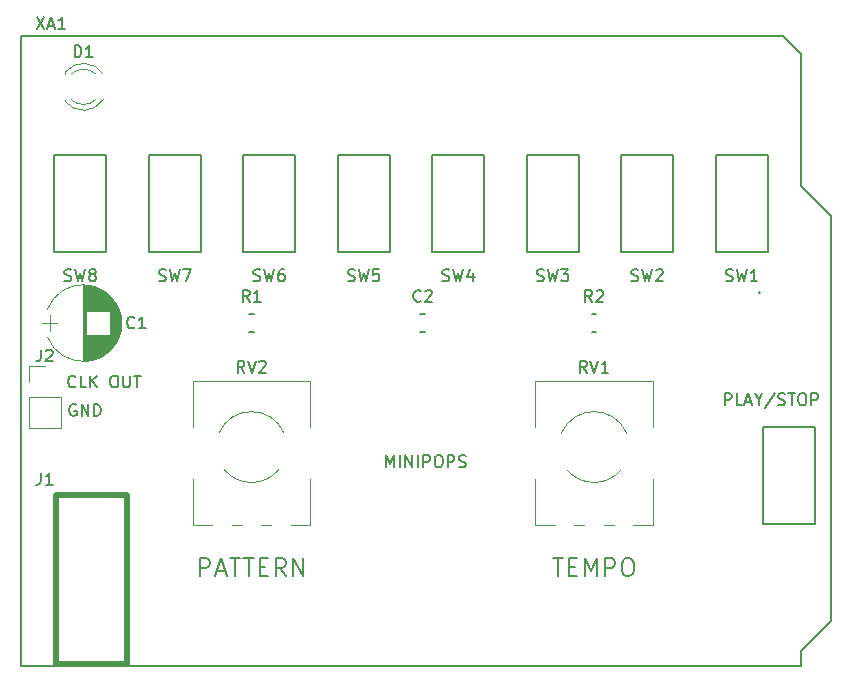
<source format=gbr>
G04 #@! TF.FileFunction,Legend,Top*
%FSLAX46Y46*%
G04 Gerber Fmt 4.6, Leading zero omitted, Abs format (unit mm)*
G04 Created by KiCad (PCBNEW 4.0.7) date Sunday, 25 '25e' March '25e' 2018, 13:05:41*
%MOMM*%
%LPD*%
G01*
G04 APERTURE LIST*
%ADD10C,0.100000*%
%ADD11C,0.200000*%
%ADD12C,0.187500*%
%ADD13C,0.120000*%
%ADD14C,0.500000*%
%ADD15C,0.150000*%
G04 APERTURE END LIST*
D10*
D11*
X151638096Y-57900000D02*
X151542858Y-57852381D01*
X151400001Y-57852381D01*
X151257143Y-57900000D01*
X151161905Y-57995238D01*
X151114286Y-58090476D01*
X151066667Y-58280952D01*
X151066667Y-58423810D01*
X151114286Y-58614286D01*
X151161905Y-58709524D01*
X151257143Y-58804762D01*
X151400001Y-58852381D01*
X151495239Y-58852381D01*
X151638096Y-58804762D01*
X151685715Y-58757143D01*
X151685715Y-58423810D01*
X151495239Y-58423810D01*
X152114286Y-58852381D02*
X152114286Y-57852381D01*
X152685715Y-58852381D01*
X152685715Y-57852381D01*
X153161905Y-58852381D02*
X153161905Y-57852381D01*
X153400000Y-57852381D01*
X153542858Y-57900000D01*
X153638096Y-57995238D01*
X153685715Y-58090476D01*
X153733334Y-58280952D01*
X153733334Y-58423810D01*
X153685715Y-58614286D01*
X153638096Y-58709524D01*
X153542858Y-58804762D01*
X153400000Y-58852381D01*
X153161905Y-58852381D01*
X151595238Y-56357143D02*
X151547619Y-56404762D01*
X151404762Y-56452381D01*
X151309524Y-56452381D01*
X151166666Y-56404762D01*
X151071428Y-56309524D01*
X151023809Y-56214286D01*
X150976190Y-56023810D01*
X150976190Y-55880952D01*
X151023809Y-55690476D01*
X151071428Y-55595238D01*
X151166666Y-55500000D01*
X151309524Y-55452381D01*
X151404762Y-55452381D01*
X151547619Y-55500000D01*
X151595238Y-55547619D01*
X152500000Y-56452381D02*
X152023809Y-56452381D01*
X152023809Y-55452381D01*
X152833333Y-56452381D02*
X152833333Y-55452381D01*
X153404762Y-56452381D02*
X152976190Y-55880952D01*
X153404762Y-55452381D02*
X152833333Y-56023810D01*
X154785714Y-55452381D02*
X154976191Y-55452381D01*
X155071429Y-55500000D01*
X155166667Y-55595238D01*
X155214286Y-55785714D01*
X155214286Y-56119048D01*
X155166667Y-56309524D01*
X155071429Y-56404762D01*
X154976191Y-56452381D01*
X154785714Y-56452381D01*
X154690476Y-56404762D01*
X154595238Y-56309524D01*
X154547619Y-56119048D01*
X154547619Y-55785714D01*
X154595238Y-55595238D01*
X154690476Y-55500000D01*
X154785714Y-55452381D01*
X155642857Y-55452381D02*
X155642857Y-56261905D01*
X155690476Y-56357143D01*
X155738095Y-56404762D01*
X155833333Y-56452381D01*
X156023810Y-56452381D01*
X156119048Y-56404762D01*
X156166667Y-56357143D01*
X156214286Y-56261905D01*
X156214286Y-55452381D01*
X156547619Y-55452381D02*
X157119048Y-55452381D01*
X156833333Y-56452381D02*
X156833333Y-55452381D01*
D12*
X177916667Y-63202381D02*
X177916667Y-62202381D01*
X178250001Y-62916667D01*
X178583334Y-62202381D01*
X178583334Y-63202381D01*
X179059524Y-63202381D02*
X179059524Y-62202381D01*
X179535714Y-63202381D02*
X179535714Y-62202381D01*
X180107143Y-63202381D01*
X180107143Y-62202381D01*
X180583333Y-63202381D02*
X180583333Y-62202381D01*
X181059523Y-63202381D02*
X181059523Y-62202381D01*
X181440476Y-62202381D01*
X181535714Y-62250000D01*
X181583333Y-62297619D01*
X181630952Y-62392857D01*
X181630952Y-62535714D01*
X181583333Y-62630952D01*
X181535714Y-62678571D01*
X181440476Y-62726190D01*
X181059523Y-62726190D01*
X182249999Y-62202381D02*
X182440476Y-62202381D01*
X182535714Y-62250000D01*
X182630952Y-62345238D01*
X182678571Y-62535714D01*
X182678571Y-62869048D01*
X182630952Y-63059524D01*
X182535714Y-63154762D01*
X182440476Y-63202381D01*
X182249999Y-63202381D01*
X182154761Y-63154762D01*
X182059523Y-63059524D01*
X182011904Y-62869048D01*
X182011904Y-62535714D01*
X182059523Y-62345238D01*
X182154761Y-62250000D01*
X182249999Y-62202381D01*
X183107142Y-63202381D02*
X183107142Y-62202381D01*
X183488095Y-62202381D01*
X183583333Y-62250000D01*
X183630952Y-62297619D01*
X183678571Y-62392857D01*
X183678571Y-62535714D01*
X183630952Y-62630952D01*
X183583333Y-62678571D01*
X183488095Y-62726190D01*
X183107142Y-62726190D01*
X184059523Y-63154762D02*
X184202380Y-63202381D01*
X184440476Y-63202381D01*
X184535714Y-63154762D01*
X184583333Y-63107143D01*
X184630952Y-63011905D01*
X184630952Y-62916667D01*
X184583333Y-62821429D01*
X184535714Y-62773810D01*
X184440476Y-62726190D01*
X184249999Y-62678571D01*
X184154761Y-62630952D01*
X184107142Y-62583333D01*
X184059523Y-62488095D01*
X184059523Y-62392857D01*
X184107142Y-62297619D01*
X184154761Y-62250000D01*
X184249999Y-62202381D01*
X184488095Y-62202381D01*
X184630952Y-62250000D01*
D11*
X192000000Y-70928571D02*
X192857143Y-70928571D01*
X192428572Y-72428571D02*
X192428572Y-70928571D01*
X193357143Y-71642857D02*
X193857143Y-71642857D01*
X194071429Y-72428571D02*
X193357143Y-72428571D01*
X193357143Y-70928571D01*
X194071429Y-70928571D01*
X194714286Y-72428571D02*
X194714286Y-70928571D01*
X195214286Y-72000000D01*
X195714286Y-70928571D01*
X195714286Y-72428571D01*
X196428572Y-72428571D02*
X196428572Y-70928571D01*
X197000000Y-70928571D01*
X197142858Y-71000000D01*
X197214286Y-71071429D01*
X197285715Y-71214286D01*
X197285715Y-71428571D01*
X197214286Y-71571429D01*
X197142858Y-71642857D01*
X197000000Y-71714286D01*
X196428572Y-71714286D01*
X198214286Y-70928571D02*
X198500000Y-70928571D01*
X198642858Y-71000000D01*
X198785715Y-71142857D01*
X198857143Y-71428571D01*
X198857143Y-71928571D01*
X198785715Y-72214286D01*
X198642858Y-72357143D01*
X198500000Y-72428571D01*
X198214286Y-72428571D01*
X198071429Y-72357143D01*
X197928572Y-72214286D01*
X197857143Y-71928571D01*
X197857143Y-71428571D01*
X197928572Y-71142857D01*
X198071429Y-71000000D01*
X198214286Y-70928571D01*
X162107143Y-72428571D02*
X162107143Y-70928571D01*
X162678571Y-70928571D01*
X162821429Y-71000000D01*
X162892857Y-71071429D01*
X162964286Y-71214286D01*
X162964286Y-71428571D01*
X162892857Y-71571429D01*
X162821429Y-71642857D01*
X162678571Y-71714286D01*
X162107143Y-71714286D01*
X163535714Y-72000000D02*
X164250000Y-72000000D01*
X163392857Y-72428571D02*
X163892857Y-70928571D01*
X164392857Y-72428571D01*
X164678571Y-70928571D02*
X165535714Y-70928571D01*
X165107143Y-72428571D02*
X165107143Y-70928571D01*
X165821428Y-70928571D02*
X166678571Y-70928571D01*
X166250000Y-72428571D02*
X166250000Y-70928571D01*
X167178571Y-71642857D02*
X167678571Y-71642857D01*
X167892857Y-72428571D02*
X167178571Y-72428571D01*
X167178571Y-70928571D01*
X167892857Y-70928571D01*
X169392857Y-72428571D02*
X168892857Y-71714286D01*
X168535714Y-72428571D02*
X168535714Y-70928571D01*
X169107142Y-70928571D01*
X169250000Y-71000000D01*
X169321428Y-71071429D01*
X169392857Y-71214286D01*
X169392857Y-71428571D01*
X169321428Y-71571429D01*
X169250000Y-71642857D01*
X169107142Y-71714286D01*
X168535714Y-71714286D01*
X170035714Y-72428571D02*
X170035714Y-70928571D01*
X170892857Y-72428571D01*
X170892857Y-70928571D01*
D13*
X155267820Y-49820864D02*
G75*
G03X149232518Y-49820000I-3017820J-1179136D01*
G01*
X155267820Y-52179136D02*
G75*
G02X149232518Y-52180000I-3017820J1179136D01*
G01*
X155267820Y-52179136D02*
G75*
G03X155267482Y-49820000I-3017820J1179136D01*
G01*
X152250000Y-47800000D02*
X152250000Y-54200000D01*
X152290000Y-47800000D02*
X152290000Y-54200000D01*
X152330000Y-47800000D02*
X152330000Y-54200000D01*
X152370000Y-47802000D02*
X152370000Y-54198000D01*
X152410000Y-47803000D02*
X152410000Y-54197000D01*
X152450000Y-47806000D02*
X152450000Y-54194000D01*
X152490000Y-47808000D02*
X152490000Y-54192000D01*
X152530000Y-47812000D02*
X152530000Y-50020000D01*
X152530000Y-51980000D02*
X152530000Y-54188000D01*
X152570000Y-47815000D02*
X152570000Y-50020000D01*
X152570000Y-51980000D02*
X152570000Y-54185000D01*
X152610000Y-47820000D02*
X152610000Y-50020000D01*
X152610000Y-51980000D02*
X152610000Y-54180000D01*
X152650000Y-47824000D02*
X152650000Y-50020000D01*
X152650000Y-51980000D02*
X152650000Y-54176000D01*
X152690000Y-47830000D02*
X152690000Y-50020000D01*
X152690000Y-51980000D02*
X152690000Y-54170000D01*
X152730000Y-47835000D02*
X152730000Y-50020000D01*
X152730000Y-51980000D02*
X152730000Y-54165000D01*
X152770000Y-47842000D02*
X152770000Y-50020000D01*
X152770000Y-51980000D02*
X152770000Y-54158000D01*
X152810000Y-47848000D02*
X152810000Y-50020000D01*
X152810000Y-51980000D02*
X152810000Y-54152000D01*
X152850000Y-47856000D02*
X152850000Y-50020000D01*
X152850000Y-51980000D02*
X152850000Y-54144000D01*
X152890000Y-47863000D02*
X152890000Y-50020000D01*
X152890000Y-51980000D02*
X152890000Y-54137000D01*
X152930000Y-47872000D02*
X152930000Y-50020000D01*
X152930000Y-51980000D02*
X152930000Y-54128000D01*
X152971000Y-47881000D02*
X152971000Y-50020000D01*
X152971000Y-51980000D02*
X152971000Y-54119000D01*
X153011000Y-47890000D02*
X153011000Y-50020000D01*
X153011000Y-51980000D02*
X153011000Y-54110000D01*
X153051000Y-47900000D02*
X153051000Y-50020000D01*
X153051000Y-51980000D02*
X153051000Y-54100000D01*
X153091000Y-47910000D02*
X153091000Y-50020000D01*
X153091000Y-51980000D02*
X153091000Y-54090000D01*
X153131000Y-47921000D02*
X153131000Y-50020000D01*
X153131000Y-51980000D02*
X153131000Y-54079000D01*
X153171000Y-47933000D02*
X153171000Y-50020000D01*
X153171000Y-51980000D02*
X153171000Y-54067000D01*
X153211000Y-47945000D02*
X153211000Y-50020000D01*
X153211000Y-51980000D02*
X153211000Y-54055000D01*
X153251000Y-47958000D02*
X153251000Y-50020000D01*
X153251000Y-51980000D02*
X153251000Y-54042000D01*
X153291000Y-47971000D02*
X153291000Y-50020000D01*
X153291000Y-51980000D02*
X153291000Y-54029000D01*
X153331000Y-47985000D02*
X153331000Y-50020000D01*
X153331000Y-51980000D02*
X153331000Y-54015000D01*
X153371000Y-47999000D02*
X153371000Y-50020000D01*
X153371000Y-51980000D02*
X153371000Y-54001000D01*
X153411000Y-48014000D02*
X153411000Y-50020000D01*
X153411000Y-51980000D02*
X153411000Y-53986000D01*
X153451000Y-48030000D02*
X153451000Y-50020000D01*
X153451000Y-51980000D02*
X153451000Y-53970000D01*
X153491000Y-48046000D02*
X153491000Y-50020000D01*
X153491000Y-51980000D02*
X153491000Y-53954000D01*
X153531000Y-48063000D02*
X153531000Y-50020000D01*
X153531000Y-51980000D02*
X153531000Y-53937000D01*
X153571000Y-48081000D02*
X153571000Y-50020000D01*
X153571000Y-51980000D02*
X153571000Y-53919000D01*
X153611000Y-48099000D02*
X153611000Y-50020000D01*
X153611000Y-51980000D02*
X153611000Y-53901000D01*
X153651000Y-48118000D02*
X153651000Y-50020000D01*
X153651000Y-51980000D02*
X153651000Y-53882000D01*
X153691000Y-48137000D02*
X153691000Y-50020000D01*
X153691000Y-51980000D02*
X153691000Y-53863000D01*
X153731000Y-48157000D02*
X153731000Y-50020000D01*
X153731000Y-51980000D02*
X153731000Y-53843000D01*
X153771000Y-48178000D02*
X153771000Y-50020000D01*
X153771000Y-51980000D02*
X153771000Y-53822000D01*
X153811000Y-48200000D02*
X153811000Y-50020000D01*
X153811000Y-51980000D02*
X153811000Y-53800000D01*
X153851000Y-48222000D02*
X153851000Y-50020000D01*
X153851000Y-51980000D02*
X153851000Y-53778000D01*
X153891000Y-48245000D02*
X153891000Y-50020000D01*
X153891000Y-51980000D02*
X153891000Y-53755000D01*
X153931000Y-48269000D02*
X153931000Y-50020000D01*
X153931000Y-51980000D02*
X153931000Y-53731000D01*
X153971000Y-48294000D02*
X153971000Y-50020000D01*
X153971000Y-51980000D02*
X153971000Y-53706000D01*
X154011000Y-48319000D02*
X154011000Y-50020000D01*
X154011000Y-51980000D02*
X154011000Y-53681000D01*
X154051000Y-48346000D02*
X154051000Y-50020000D01*
X154051000Y-51980000D02*
X154051000Y-53654000D01*
X154091000Y-48373000D02*
X154091000Y-50020000D01*
X154091000Y-51980000D02*
X154091000Y-53627000D01*
X154131000Y-48401000D02*
X154131000Y-50020000D01*
X154131000Y-51980000D02*
X154131000Y-53599000D01*
X154171000Y-48430000D02*
X154171000Y-50020000D01*
X154171000Y-51980000D02*
X154171000Y-53570000D01*
X154211000Y-48460000D02*
X154211000Y-50020000D01*
X154211000Y-51980000D02*
X154211000Y-53540000D01*
X154251000Y-48490000D02*
X154251000Y-50020000D01*
X154251000Y-51980000D02*
X154251000Y-53510000D01*
X154291000Y-48522000D02*
X154291000Y-50020000D01*
X154291000Y-51980000D02*
X154291000Y-53478000D01*
X154331000Y-48555000D02*
X154331000Y-50020000D01*
X154331000Y-51980000D02*
X154331000Y-53445000D01*
X154371000Y-48589000D02*
X154371000Y-50020000D01*
X154371000Y-51980000D02*
X154371000Y-53411000D01*
X154411000Y-48625000D02*
X154411000Y-50020000D01*
X154411000Y-51980000D02*
X154411000Y-53375000D01*
X154451000Y-48661000D02*
X154451000Y-50020000D01*
X154451000Y-51980000D02*
X154451000Y-53339000D01*
X154491000Y-48699000D02*
X154491000Y-53301000D01*
X154531000Y-48738000D02*
X154531000Y-53262000D01*
X154571000Y-48778000D02*
X154571000Y-53222000D01*
X154611000Y-48820000D02*
X154611000Y-53180000D01*
X154651000Y-48863000D02*
X154651000Y-53137000D01*
X154691000Y-48908000D02*
X154691000Y-53092000D01*
X154731000Y-48955000D02*
X154731000Y-53045000D01*
X154771000Y-49003000D02*
X154771000Y-52997000D01*
X154811000Y-49054000D02*
X154811000Y-52946000D01*
X154851000Y-49106000D02*
X154851000Y-52894000D01*
X154891000Y-49161000D02*
X154891000Y-52839000D01*
X154931000Y-49219000D02*
X154931000Y-52781000D01*
X154971000Y-49279000D02*
X154971000Y-52721000D01*
X155011000Y-49342000D02*
X155011000Y-52658000D01*
X155051000Y-49409000D02*
X155051000Y-52591000D01*
X155091000Y-49480000D02*
X155091000Y-52520000D01*
X155131000Y-49555000D02*
X155131000Y-52445000D01*
X155171000Y-49636000D02*
X155171000Y-52364000D01*
X155211000Y-49722000D02*
X155211000Y-52278000D01*
X155251000Y-49816000D02*
X155251000Y-52184000D01*
X155291000Y-49919000D02*
X155291000Y-52081000D01*
X155331000Y-50034000D02*
X155331000Y-51966000D01*
X155371000Y-50166000D02*
X155371000Y-51834000D01*
X155411000Y-50324000D02*
X155411000Y-51676000D01*
X155451000Y-50532000D02*
X155451000Y-51468000D01*
X148800000Y-51000000D02*
X150000000Y-51000000D01*
X149400000Y-50350000D02*
X149400000Y-51650000D01*
X153942335Y-29921392D02*
G75*
G03X150710000Y-29764484I-1672335J-1078608D01*
G01*
X153942335Y-32078608D02*
G75*
G02X150710000Y-32235516I-1672335J1078608D01*
G01*
X153311130Y-29920163D02*
G75*
G03X151229039Y-29920000I-1041130J-1079837D01*
G01*
X153311130Y-32079837D02*
G75*
G02X151229039Y-32080000I-1041130J1079837D01*
G01*
X150710000Y-29764000D02*
X150710000Y-29920000D01*
X150710000Y-32080000D02*
X150710000Y-32236000D01*
D14*
X149975000Y-65600000D02*
X155975000Y-65600000D01*
X155975000Y-65600000D02*
X155975000Y-79850000D01*
X155975000Y-79850000D02*
X149975000Y-79850000D01*
X149975000Y-79850000D02*
X149975000Y-65600000D01*
D13*
X147670000Y-59870000D02*
X150330000Y-59870000D01*
X147670000Y-57270000D02*
X147670000Y-59870000D01*
X150330000Y-57270000D02*
X150330000Y-59870000D01*
X147670000Y-57270000D02*
X150330000Y-57270000D01*
X147670000Y-56000000D02*
X147670000Y-54670000D01*
X147670000Y-54670000D02*
X149000000Y-54670000D01*
D15*
X166500000Y-51800100D02*
X166700660Y-51800100D01*
X166500000Y-51800100D02*
X166299340Y-51800100D01*
X166400940Y-50199900D02*
X166299340Y-50199900D01*
X166299340Y-50199900D02*
X166700660Y-50199900D01*
X195500000Y-50199900D02*
X195299340Y-50199900D01*
X195500000Y-50199900D02*
X195700660Y-50199900D01*
X195599060Y-51800100D02*
X195700660Y-51800100D01*
X195700660Y-51800100D02*
X195299340Y-51800100D01*
D13*
X192737568Y-60328018D02*
G75*
G02X198262000Y-60327000I2762432J-1171982D01*
G01*
X197797753Y-63428295D02*
G75*
G02X193202000Y-63428000I-2297753J1928295D01*
G01*
X190539000Y-68060000D02*
X190539000Y-64194000D01*
X190539000Y-59805000D02*
X190539000Y-55940000D01*
X200460000Y-68060000D02*
X200460000Y-64194000D01*
X200460000Y-59805000D02*
X200460000Y-55940000D01*
X190539000Y-68060000D02*
X192175000Y-68060000D01*
X193825000Y-68060000D02*
X194675000Y-68060000D01*
X196325000Y-68060000D02*
X197175000Y-68060000D01*
X198825000Y-68060000D02*
X200460000Y-68060000D01*
X190539000Y-55940000D02*
X200460000Y-55940000D01*
X163737568Y-60328018D02*
G75*
G02X169262000Y-60327000I2762432J-1171982D01*
G01*
X168797753Y-63428295D02*
G75*
G02X164202000Y-63428000I-2297753J1928295D01*
G01*
X161539000Y-68060000D02*
X161539000Y-64194000D01*
X161539000Y-59805000D02*
X161539000Y-55940000D01*
X171460000Y-68060000D02*
X171460000Y-64194000D01*
X171460000Y-59805000D02*
X171460000Y-55940000D01*
X161539000Y-68060000D02*
X163175000Y-68060000D01*
X164825000Y-68060000D02*
X165675000Y-68060000D01*
X167325000Y-68060000D02*
X168175000Y-68060000D01*
X169825000Y-68060000D02*
X171460000Y-68060000D01*
X161539000Y-55940000D02*
X171460000Y-55940000D01*
D15*
X147000000Y-26660000D02*
X147000000Y-80000000D01*
X213040000Y-39360000D02*
X213040000Y-28184000D01*
X215580000Y-41900000D02*
X213040000Y-39360000D01*
X215580000Y-76190000D02*
X215580000Y-41900000D01*
X213040000Y-78730000D02*
X215580000Y-76190000D01*
X213040000Y-80000000D02*
X213040000Y-78730000D01*
X211516000Y-26660000D02*
X213040000Y-28184000D01*
X147000000Y-80000000D02*
X213040000Y-80000000D01*
X147000000Y-26660000D02*
X211516000Y-26660000D01*
X205800000Y-45000000D02*
X210200000Y-45000000D01*
X210200000Y-45000000D02*
X210200000Y-36800000D01*
X210200000Y-36800000D02*
X205800000Y-36800000D01*
X205800000Y-36800000D02*
X205800000Y-45000000D01*
X197800000Y-45000000D02*
X202200000Y-45000000D01*
X202200000Y-45000000D02*
X202200000Y-36800000D01*
X202200000Y-36800000D02*
X197800000Y-36800000D01*
X197800000Y-36800000D02*
X197800000Y-45000000D01*
X189800000Y-45000000D02*
X194200000Y-45000000D01*
X194200000Y-45000000D02*
X194200000Y-36800000D01*
X194200000Y-36800000D02*
X189800000Y-36800000D01*
X189800000Y-36800000D02*
X189800000Y-45000000D01*
X181800000Y-45000000D02*
X186200000Y-45000000D01*
X186200000Y-45000000D02*
X186200000Y-36800000D01*
X186200000Y-36800000D02*
X181800000Y-36800000D01*
X181800000Y-36800000D02*
X181800000Y-45000000D01*
X173800000Y-45000000D02*
X178200000Y-45000000D01*
X178200000Y-45000000D02*
X178200000Y-36800000D01*
X178200000Y-36800000D02*
X173800000Y-36800000D01*
X173800000Y-36800000D02*
X173800000Y-45000000D01*
X165800000Y-45000000D02*
X170200000Y-45000000D01*
X170200000Y-45000000D02*
X170200000Y-36800000D01*
X170200000Y-36800000D02*
X165800000Y-36800000D01*
X165800000Y-36800000D02*
X165800000Y-45000000D01*
X157800000Y-45000000D02*
X162200000Y-45000000D01*
X162200000Y-45000000D02*
X162200000Y-36800000D01*
X162200000Y-36800000D02*
X157800000Y-36800000D01*
X157800000Y-36800000D02*
X157800000Y-45000000D01*
X149800000Y-45000000D02*
X154200000Y-45000000D01*
X154200000Y-45000000D02*
X154200000Y-36800000D01*
X154200000Y-36800000D02*
X149800000Y-36800000D01*
X149800000Y-36800000D02*
X149800000Y-45000000D01*
X209800000Y-68000000D02*
X214200000Y-68000000D01*
X214200000Y-68000000D02*
X214200000Y-59800000D01*
X214200000Y-59800000D02*
X209800000Y-59800000D01*
X209800000Y-59800000D02*
X209800000Y-68000000D01*
X181000000Y-50199900D02*
X180799340Y-50199900D01*
X181000000Y-50199900D02*
X181200660Y-50199900D01*
X181099060Y-51800100D02*
X181200660Y-51800100D01*
X181200660Y-51800100D02*
X180799340Y-51800100D01*
X156583334Y-51357143D02*
X156535715Y-51404762D01*
X156392858Y-51452381D01*
X156297620Y-51452381D01*
X156154762Y-51404762D01*
X156059524Y-51309524D01*
X156011905Y-51214286D01*
X155964286Y-51023810D01*
X155964286Y-50880952D01*
X156011905Y-50690476D01*
X156059524Y-50595238D01*
X156154762Y-50500000D01*
X156297620Y-50452381D01*
X156392858Y-50452381D01*
X156535715Y-50500000D01*
X156583334Y-50547619D01*
X157535715Y-51452381D02*
X156964286Y-51452381D01*
X157250000Y-51452381D02*
X157250000Y-50452381D01*
X157154762Y-50595238D01*
X157059524Y-50690476D01*
X156964286Y-50738095D01*
X151531905Y-28492381D02*
X151531905Y-27492381D01*
X151770000Y-27492381D01*
X151912858Y-27540000D01*
X152008096Y-27635238D01*
X152055715Y-27730476D01*
X152103334Y-27920952D01*
X152103334Y-28063810D01*
X152055715Y-28254286D01*
X152008096Y-28349524D01*
X151912858Y-28444762D01*
X151770000Y-28492381D01*
X151531905Y-28492381D01*
X153055715Y-28492381D02*
X152484286Y-28492381D01*
X152770000Y-28492381D02*
X152770000Y-27492381D01*
X152674762Y-27635238D01*
X152579524Y-27730476D01*
X152484286Y-27778095D01*
X148666667Y-63702381D02*
X148666667Y-64416667D01*
X148619047Y-64559524D01*
X148523809Y-64654762D01*
X148380952Y-64702381D01*
X148285714Y-64702381D01*
X149666667Y-64702381D02*
X149095238Y-64702381D01*
X149380952Y-64702381D02*
X149380952Y-63702381D01*
X149285714Y-63845238D01*
X149190476Y-63940476D01*
X149095238Y-63988095D01*
X148666667Y-53252381D02*
X148666667Y-53966667D01*
X148619047Y-54109524D01*
X148523809Y-54204762D01*
X148380952Y-54252381D01*
X148285714Y-54252381D01*
X149095238Y-53347619D02*
X149142857Y-53300000D01*
X149238095Y-53252381D01*
X149476191Y-53252381D01*
X149571429Y-53300000D01*
X149619048Y-53347619D01*
X149666667Y-53442857D01*
X149666667Y-53538095D01*
X149619048Y-53680952D01*
X149047619Y-54252381D01*
X149666667Y-54252381D01*
X166333334Y-49202381D02*
X166000000Y-48726190D01*
X165761905Y-49202381D02*
X165761905Y-48202381D01*
X166142858Y-48202381D01*
X166238096Y-48250000D01*
X166285715Y-48297619D01*
X166333334Y-48392857D01*
X166333334Y-48535714D01*
X166285715Y-48630952D01*
X166238096Y-48678571D01*
X166142858Y-48726190D01*
X165761905Y-48726190D01*
X167285715Y-49202381D02*
X166714286Y-49202381D01*
X167000000Y-49202381D02*
X167000000Y-48202381D01*
X166904762Y-48345238D01*
X166809524Y-48440476D01*
X166714286Y-48488095D01*
X195333334Y-49202381D02*
X195000000Y-48726190D01*
X194761905Y-49202381D02*
X194761905Y-48202381D01*
X195142858Y-48202381D01*
X195238096Y-48250000D01*
X195285715Y-48297619D01*
X195333334Y-48392857D01*
X195333334Y-48535714D01*
X195285715Y-48630952D01*
X195238096Y-48678571D01*
X195142858Y-48726190D01*
X194761905Y-48726190D01*
X195714286Y-48297619D02*
X195761905Y-48250000D01*
X195857143Y-48202381D01*
X196095239Y-48202381D01*
X196190477Y-48250000D01*
X196238096Y-48297619D01*
X196285715Y-48392857D01*
X196285715Y-48488095D01*
X196238096Y-48630952D01*
X195666667Y-49202381D01*
X196285715Y-49202381D01*
X194904762Y-55202381D02*
X194571428Y-54726190D01*
X194333333Y-55202381D02*
X194333333Y-54202381D01*
X194714286Y-54202381D01*
X194809524Y-54250000D01*
X194857143Y-54297619D01*
X194904762Y-54392857D01*
X194904762Y-54535714D01*
X194857143Y-54630952D01*
X194809524Y-54678571D01*
X194714286Y-54726190D01*
X194333333Y-54726190D01*
X195190476Y-54202381D02*
X195523809Y-55202381D01*
X195857143Y-54202381D01*
X196714286Y-55202381D02*
X196142857Y-55202381D01*
X196428571Y-55202381D02*
X196428571Y-54202381D01*
X196333333Y-54345238D01*
X196238095Y-54440476D01*
X196142857Y-54488095D01*
X165904762Y-55202381D02*
X165571428Y-54726190D01*
X165333333Y-55202381D02*
X165333333Y-54202381D01*
X165714286Y-54202381D01*
X165809524Y-54250000D01*
X165857143Y-54297619D01*
X165904762Y-54392857D01*
X165904762Y-54535714D01*
X165857143Y-54630952D01*
X165809524Y-54678571D01*
X165714286Y-54726190D01*
X165333333Y-54726190D01*
X166190476Y-54202381D02*
X166523809Y-55202381D01*
X166857143Y-54202381D01*
X167142857Y-54297619D02*
X167190476Y-54250000D01*
X167285714Y-54202381D01*
X167523810Y-54202381D01*
X167619048Y-54250000D01*
X167666667Y-54297619D01*
X167714286Y-54392857D01*
X167714286Y-54488095D01*
X167666667Y-54630952D01*
X167095238Y-55202381D01*
X167714286Y-55202381D01*
X148301905Y-25096381D02*
X148968572Y-26096381D01*
X148968572Y-25096381D02*
X148301905Y-26096381D01*
X149301905Y-25810667D02*
X149778096Y-25810667D01*
X149206667Y-26096381D02*
X149540000Y-25096381D01*
X149873334Y-26096381D01*
X150730477Y-26096381D02*
X150159048Y-26096381D01*
X150444762Y-26096381D02*
X150444762Y-25096381D01*
X150349524Y-25239238D01*
X150254286Y-25334476D01*
X150159048Y-25382095D01*
X209484000Y-48353143D02*
X209531619Y-48400762D01*
X209484000Y-48448381D01*
X209436381Y-48400762D01*
X209484000Y-48353143D01*
X209484000Y-48448381D01*
X206666667Y-47404762D02*
X206809524Y-47452381D01*
X207047620Y-47452381D01*
X207142858Y-47404762D01*
X207190477Y-47357143D01*
X207238096Y-47261905D01*
X207238096Y-47166667D01*
X207190477Y-47071429D01*
X207142858Y-47023810D01*
X207047620Y-46976190D01*
X206857143Y-46928571D01*
X206761905Y-46880952D01*
X206714286Y-46833333D01*
X206666667Y-46738095D01*
X206666667Y-46642857D01*
X206714286Y-46547619D01*
X206761905Y-46500000D01*
X206857143Y-46452381D01*
X207095239Y-46452381D01*
X207238096Y-46500000D01*
X207571429Y-46452381D02*
X207809524Y-47452381D01*
X208000001Y-46738095D01*
X208190477Y-47452381D01*
X208428572Y-46452381D01*
X209333334Y-47452381D02*
X208761905Y-47452381D01*
X209047619Y-47452381D02*
X209047619Y-46452381D01*
X208952381Y-46595238D01*
X208857143Y-46690476D01*
X208761905Y-46738095D01*
X198666667Y-47404762D02*
X198809524Y-47452381D01*
X199047620Y-47452381D01*
X199142858Y-47404762D01*
X199190477Y-47357143D01*
X199238096Y-47261905D01*
X199238096Y-47166667D01*
X199190477Y-47071429D01*
X199142858Y-47023810D01*
X199047620Y-46976190D01*
X198857143Y-46928571D01*
X198761905Y-46880952D01*
X198714286Y-46833333D01*
X198666667Y-46738095D01*
X198666667Y-46642857D01*
X198714286Y-46547619D01*
X198761905Y-46500000D01*
X198857143Y-46452381D01*
X199095239Y-46452381D01*
X199238096Y-46500000D01*
X199571429Y-46452381D02*
X199809524Y-47452381D01*
X200000001Y-46738095D01*
X200190477Y-47452381D01*
X200428572Y-46452381D01*
X200761905Y-46547619D02*
X200809524Y-46500000D01*
X200904762Y-46452381D01*
X201142858Y-46452381D01*
X201238096Y-46500000D01*
X201285715Y-46547619D01*
X201333334Y-46642857D01*
X201333334Y-46738095D01*
X201285715Y-46880952D01*
X200714286Y-47452381D01*
X201333334Y-47452381D01*
X190666667Y-47404762D02*
X190809524Y-47452381D01*
X191047620Y-47452381D01*
X191142858Y-47404762D01*
X191190477Y-47357143D01*
X191238096Y-47261905D01*
X191238096Y-47166667D01*
X191190477Y-47071429D01*
X191142858Y-47023810D01*
X191047620Y-46976190D01*
X190857143Y-46928571D01*
X190761905Y-46880952D01*
X190714286Y-46833333D01*
X190666667Y-46738095D01*
X190666667Y-46642857D01*
X190714286Y-46547619D01*
X190761905Y-46500000D01*
X190857143Y-46452381D01*
X191095239Y-46452381D01*
X191238096Y-46500000D01*
X191571429Y-46452381D02*
X191809524Y-47452381D01*
X192000001Y-46738095D01*
X192190477Y-47452381D01*
X192428572Y-46452381D01*
X192714286Y-46452381D02*
X193333334Y-46452381D01*
X193000000Y-46833333D01*
X193142858Y-46833333D01*
X193238096Y-46880952D01*
X193285715Y-46928571D01*
X193333334Y-47023810D01*
X193333334Y-47261905D01*
X193285715Y-47357143D01*
X193238096Y-47404762D01*
X193142858Y-47452381D01*
X192857143Y-47452381D01*
X192761905Y-47404762D01*
X192714286Y-47357143D01*
X182666667Y-47404762D02*
X182809524Y-47452381D01*
X183047620Y-47452381D01*
X183142858Y-47404762D01*
X183190477Y-47357143D01*
X183238096Y-47261905D01*
X183238096Y-47166667D01*
X183190477Y-47071429D01*
X183142858Y-47023810D01*
X183047620Y-46976190D01*
X182857143Y-46928571D01*
X182761905Y-46880952D01*
X182714286Y-46833333D01*
X182666667Y-46738095D01*
X182666667Y-46642857D01*
X182714286Y-46547619D01*
X182761905Y-46500000D01*
X182857143Y-46452381D01*
X183095239Y-46452381D01*
X183238096Y-46500000D01*
X183571429Y-46452381D02*
X183809524Y-47452381D01*
X184000001Y-46738095D01*
X184190477Y-47452381D01*
X184428572Y-46452381D01*
X185238096Y-46785714D02*
X185238096Y-47452381D01*
X185000000Y-46404762D02*
X184761905Y-47119048D01*
X185380953Y-47119048D01*
X174666667Y-47404762D02*
X174809524Y-47452381D01*
X175047620Y-47452381D01*
X175142858Y-47404762D01*
X175190477Y-47357143D01*
X175238096Y-47261905D01*
X175238096Y-47166667D01*
X175190477Y-47071429D01*
X175142858Y-47023810D01*
X175047620Y-46976190D01*
X174857143Y-46928571D01*
X174761905Y-46880952D01*
X174714286Y-46833333D01*
X174666667Y-46738095D01*
X174666667Y-46642857D01*
X174714286Y-46547619D01*
X174761905Y-46500000D01*
X174857143Y-46452381D01*
X175095239Y-46452381D01*
X175238096Y-46500000D01*
X175571429Y-46452381D02*
X175809524Y-47452381D01*
X176000001Y-46738095D01*
X176190477Y-47452381D01*
X176428572Y-46452381D01*
X177285715Y-46452381D02*
X176809524Y-46452381D01*
X176761905Y-46928571D01*
X176809524Y-46880952D01*
X176904762Y-46833333D01*
X177142858Y-46833333D01*
X177238096Y-46880952D01*
X177285715Y-46928571D01*
X177333334Y-47023810D01*
X177333334Y-47261905D01*
X177285715Y-47357143D01*
X177238096Y-47404762D01*
X177142858Y-47452381D01*
X176904762Y-47452381D01*
X176809524Y-47404762D01*
X176761905Y-47357143D01*
X166666667Y-47404762D02*
X166809524Y-47452381D01*
X167047620Y-47452381D01*
X167142858Y-47404762D01*
X167190477Y-47357143D01*
X167238096Y-47261905D01*
X167238096Y-47166667D01*
X167190477Y-47071429D01*
X167142858Y-47023810D01*
X167047620Y-46976190D01*
X166857143Y-46928571D01*
X166761905Y-46880952D01*
X166714286Y-46833333D01*
X166666667Y-46738095D01*
X166666667Y-46642857D01*
X166714286Y-46547619D01*
X166761905Y-46500000D01*
X166857143Y-46452381D01*
X167095239Y-46452381D01*
X167238096Y-46500000D01*
X167571429Y-46452381D02*
X167809524Y-47452381D01*
X168000001Y-46738095D01*
X168190477Y-47452381D01*
X168428572Y-46452381D01*
X169238096Y-46452381D02*
X169047619Y-46452381D01*
X168952381Y-46500000D01*
X168904762Y-46547619D01*
X168809524Y-46690476D01*
X168761905Y-46880952D01*
X168761905Y-47261905D01*
X168809524Y-47357143D01*
X168857143Y-47404762D01*
X168952381Y-47452381D01*
X169142858Y-47452381D01*
X169238096Y-47404762D01*
X169285715Y-47357143D01*
X169333334Y-47261905D01*
X169333334Y-47023810D01*
X169285715Y-46928571D01*
X169238096Y-46880952D01*
X169142858Y-46833333D01*
X168952381Y-46833333D01*
X168857143Y-46880952D01*
X168809524Y-46928571D01*
X168761905Y-47023810D01*
X158666667Y-47404762D02*
X158809524Y-47452381D01*
X159047620Y-47452381D01*
X159142858Y-47404762D01*
X159190477Y-47357143D01*
X159238096Y-47261905D01*
X159238096Y-47166667D01*
X159190477Y-47071429D01*
X159142858Y-47023810D01*
X159047620Y-46976190D01*
X158857143Y-46928571D01*
X158761905Y-46880952D01*
X158714286Y-46833333D01*
X158666667Y-46738095D01*
X158666667Y-46642857D01*
X158714286Y-46547619D01*
X158761905Y-46500000D01*
X158857143Y-46452381D01*
X159095239Y-46452381D01*
X159238096Y-46500000D01*
X159571429Y-46452381D02*
X159809524Y-47452381D01*
X160000001Y-46738095D01*
X160190477Y-47452381D01*
X160428572Y-46452381D01*
X160714286Y-46452381D02*
X161380953Y-46452381D01*
X160952381Y-47452381D01*
X150666667Y-47404762D02*
X150809524Y-47452381D01*
X151047620Y-47452381D01*
X151142858Y-47404762D01*
X151190477Y-47357143D01*
X151238096Y-47261905D01*
X151238096Y-47166667D01*
X151190477Y-47071429D01*
X151142858Y-47023810D01*
X151047620Y-46976190D01*
X150857143Y-46928571D01*
X150761905Y-46880952D01*
X150714286Y-46833333D01*
X150666667Y-46738095D01*
X150666667Y-46642857D01*
X150714286Y-46547619D01*
X150761905Y-46500000D01*
X150857143Y-46452381D01*
X151095239Y-46452381D01*
X151238096Y-46500000D01*
X151571429Y-46452381D02*
X151809524Y-47452381D01*
X152000001Y-46738095D01*
X152190477Y-47452381D01*
X152428572Y-46452381D01*
X152952381Y-46880952D02*
X152857143Y-46833333D01*
X152809524Y-46785714D01*
X152761905Y-46690476D01*
X152761905Y-46642857D01*
X152809524Y-46547619D01*
X152857143Y-46500000D01*
X152952381Y-46452381D01*
X153142858Y-46452381D01*
X153238096Y-46500000D01*
X153285715Y-46547619D01*
X153333334Y-46642857D01*
X153333334Y-46690476D01*
X153285715Y-46785714D01*
X153238096Y-46833333D01*
X153142858Y-46880952D01*
X152952381Y-46880952D01*
X152857143Y-46928571D01*
X152809524Y-46976190D01*
X152761905Y-47071429D01*
X152761905Y-47261905D01*
X152809524Y-47357143D01*
X152857143Y-47404762D01*
X152952381Y-47452381D01*
X153142858Y-47452381D01*
X153238096Y-47404762D01*
X153285715Y-47357143D01*
X153333334Y-47261905D01*
X153333334Y-47071429D01*
X153285715Y-46976190D01*
X153238096Y-46928571D01*
X153142858Y-46880952D01*
X206571428Y-57952381D02*
X206571428Y-56952381D01*
X206952381Y-56952381D01*
X207047619Y-57000000D01*
X207095238Y-57047619D01*
X207142857Y-57142857D01*
X207142857Y-57285714D01*
X207095238Y-57380952D01*
X207047619Y-57428571D01*
X206952381Y-57476190D01*
X206571428Y-57476190D01*
X208047619Y-57952381D02*
X207571428Y-57952381D01*
X207571428Y-56952381D01*
X208333333Y-57666667D02*
X208809524Y-57666667D01*
X208238095Y-57952381D02*
X208571428Y-56952381D01*
X208904762Y-57952381D01*
X209428571Y-57476190D02*
X209428571Y-57952381D01*
X209095238Y-56952381D02*
X209428571Y-57476190D01*
X209761905Y-56952381D01*
X210809524Y-56904762D02*
X209952381Y-58190476D01*
X211095238Y-57904762D02*
X211238095Y-57952381D01*
X211476191Y-57952381D01*
X211571429Y-57904762D01*
X211619048Y-57857143D01*
X211666667Y-57761905D01*
X211666667Y-57666667D01*
X211619048Y-57571429D01*
X211571429Y-57523810D01*
X211476191Y-57476190D01*
X211285714Y-57428571D01*
X211190476Y-57380952D01*
X211142857Y-57333333D01*
X211095238Y-57238095D01*
X211095238Y-57142857D01*
X211142857Y-57047619D01*
X211190476Y-57000000D01*
X211285714Y-56952381D01*
X211523810Y-56952381D01*
X211666667Y-57000000D01*
X211952381Y-56952381D02*
X212523810Y-56952381D01*
X212238095Y-57952381D02*
X212238095Y-56952381D01*
X213047619Y-56952381D02*
X213238096Y-56952381D01*
X213333334Y-57000000D01*
X213428572Y-57095238D01*
X213476191Y-57285714D01*
X213476191Y-57619048D01*
X213428572Y-57809524D01*
X213333334Y-57904762D01*
X213238096Y-57952381D01*
X213047619Y-57952381D01*
X212952381Y-57904762D01*
X212857143Y-57809524D01*
X212809524Y-57619048D01*
X212809524Y-57285714D01*
X212857143Y-57095238D01*
X212952381Y-57000000D01*
X213047619Y-56952381D01*
X213904762Y-57952381D02*
X213904762Y-56952381D01*
X214285715Y-56952381D01*
X214380953Y-57000000D01*
X214428572Y-57047619D01*
X214476191Y-57142857D01*
X214476191Y-57285714D01*
X214428572Y-57380952D01*
X214380953Y-57428571D01*
X214285715Y-57476190D01*
X213904762Y-57476190D01*
X180833334Y-49107143D02*
X180785715Y-49154762D01*
X180642858Y-49202381D01*
X180547620Y-49202381D01*
X180404762Y-49154762D01*
X180309524Y-49059524D01*
X180261905Y-48964286D01*
X180214286Y-48773810D01*
X180214286Y-48630952D01*
X180261905Y-48440476D01*
X180309524Y-48345238D01*
X180404762Y-48250000D01*
X180547620Y-48202381D01*
X180642858Y-48202381D01*
X180785715Y-48250000D01*
X180833334Y-48297619D01*
X181214286Y-48297619D02*
X181261905Y-48250000D01*
X181357143Y-48202381D01*
X181595239Y-48202381D01*
X181690477Y-48250000D01*
X181738096Y-48297619D01*
X181785715Y-48392857D01*
X181785715Y-48488095D01*
X181738096Y-48630952D01*
X181166667Y-49202381D01*
X181785715Y-49202381D01*
M02*

</source>
